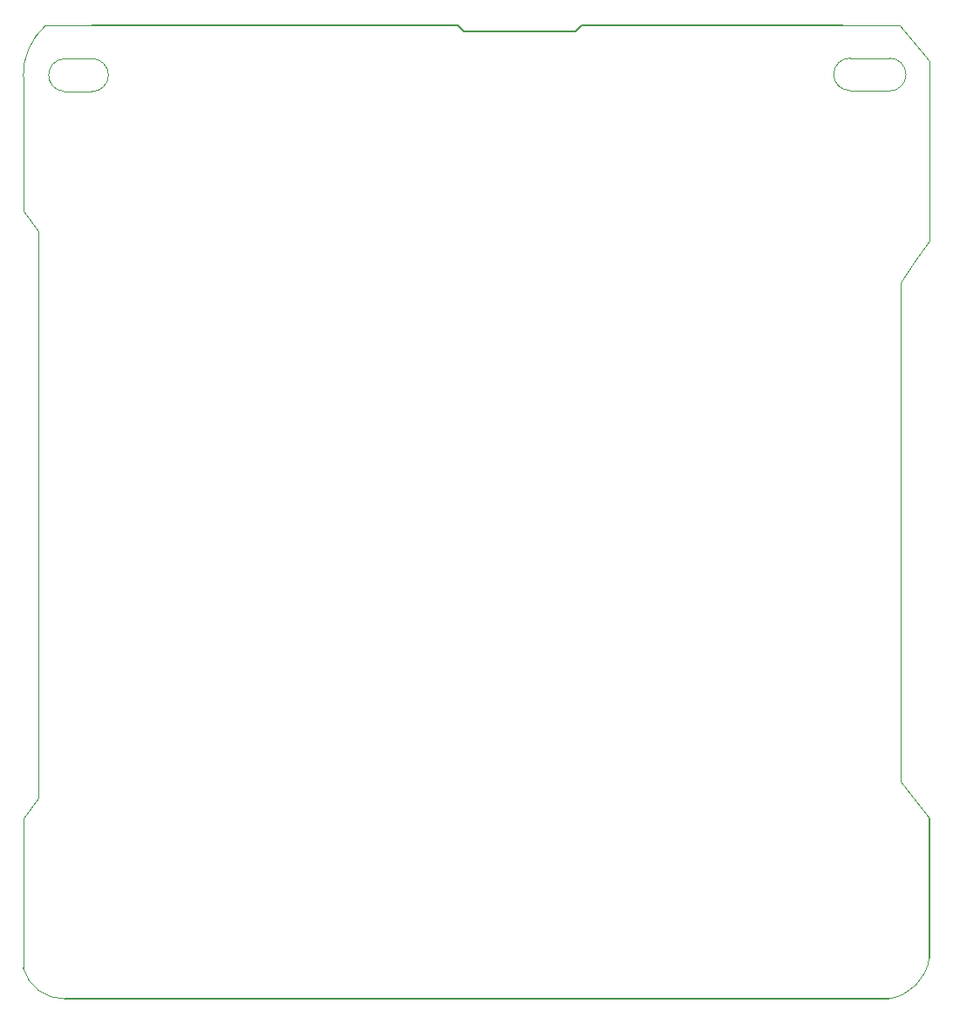
<source format=gbr>
%TF.GenerationSoftware,KiCad,Pcbnew,9.0.0*%
%TF.CreationDate,2025-03-28T16:48:43-07:00*%
%TF.ProjectId,battery_pack_v1,62617474-6572-4795-9f70-61636b5f7631,rev?*%
%TF.SameCoordinates,Original*%
%TF.FileFunction,Profile,NP*%
%FSLAX46Y46*%
G04 Gerber Fmt 4.6, Leading zero omitted, Abs format (unit mm)*
G04 Created by KiCad (PCBNEW 9.0.0) date 2025-03-28 16:48:43*
%MOMM*%
%LPD*%
G01*
G04 APERTURE LIST*
%TA.AperFunction,Profile*%
%ADD10C,0.100000*%
%TD*%
%TA.AperFunction,Profile*%
%ADD11C,0.150000*%
%TD*%
G04 APERTURE END LIST*
D10*
X190158162Y-40989322D02*
X195598162Y-41004322D01*
X195700000Y-114400000D02*
X195700000Y-66000000D01*
D11*
X117133162Y-40989322D02*
X120308162Y-40989322D01*
D10*
X195700000Y-66000000D02*
X197000000Y-64000000D01*
X110500000Y-46000000D02*
G75*
G02*
X112663519Y-41014844I6488810J145960D01*
G01*
X110500000Y-118000000D02*
X112000000Y-116000000D01*
D11*
X164123162Y-41624322D02*
X164758162Y-40989322D01*
D10*
X117173162Y-44229322D02*
G75*
G02*
X117173162Y-47429278I38J-1599978D01*
G01*
X198500000Y-61944322D02*
X198500000Y-44500000D01*
X112663520Y-41014845D02*
X117133162Y-40989322D01*
X110500000Y-46000000D02*
X110500000Y-59000000D01*
X197000000Y-64000000D02*
X198500000Y-61944322D01*
D11*
X153328162Y-41624322D02*
X152693162Y-40989322D01*
X198500000Y-131500000D02*
X198500000Y-118000000D01*
D10*
X190773162Y-47329322D02*
X194623162Y-47379322D01*
X198500000Y-131500000D02*
G75*
G02*
X194500000Y-135500000I-4618600J618600D01*
G01*
X112000000Y-116000000D02*
X112000000Y-61000000D01*
D11*
X194500000Y-135500000D02*
X114500000Y-135500000D01*
D10*
X110500000Y-118000000D02*
X110500000Y-132500000D01*
X114472939Y-44255106D02*
X117173162Y-44229322D01*
X112000000Y-61000000D02*
X110500000Y-59000000D01*
X195598162Y-41004322D02*
X198500000Y-44500000D01*
D11*
X164758162Y-40989322D02*
X190158162Y-40989322D01*
D10*
X194623162Y-44179322D02*
X190823137Y-44180115D01*
D11*
X152693162Y-40989322D02*
X120308162Y-40989322D01*
D10*
X114500000Y-135500000D02*
G75*
G02*
X110499976Y-132500007I-60600J4085900D01*
G01*
X194623162Y-44179322D02*
G75*
G02*
X194623162Y-47379278I38J-1599978D01*
G01*
X114422964Y-47404313D02*
G75*
G02*
X114472935Y-44255023I134136J1572913D01*
G01*
X190773162Y-47329322D02*
G75*
G02*
X190823138Y-44180070I38J1575022D01*
G01*
X198500000Y-118000000D02*
X195700000Y-114400000D01*
X114422964Y-47404313D02*
X117173162Y-47429322D01*
D11*
X164123162Y-41624322D02*
X153328162Y-41624322D01*
M02*

</source>
